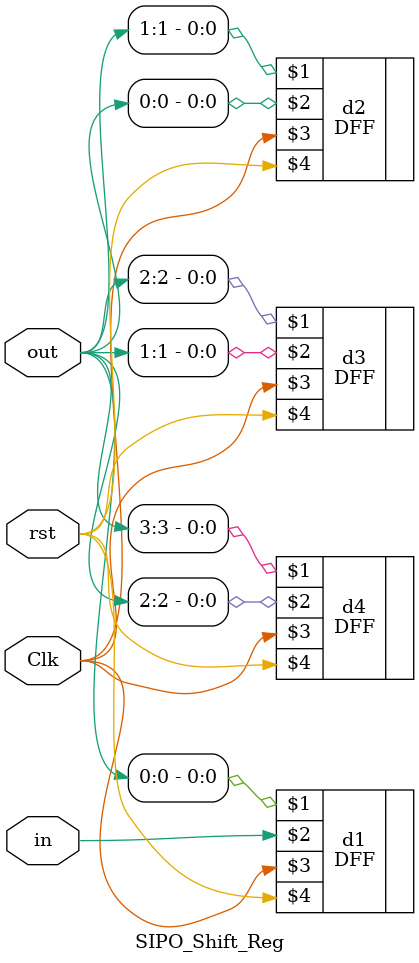
<source format=v>
`timescale 1ns / 1ps

module SIPO_Shift_Reg(
    inout reg [3:0] out,
    input in,Clk,rst
    );

    DFF d1(out[0],in,Clk,rst);
    DFF d2(out[1],out[0],Clk,rst);
    DFF d3(out[2],out[1],Clk,rst);
    DFF d4(out[3],out[2],Clk,rst);
endmodule

</source>
